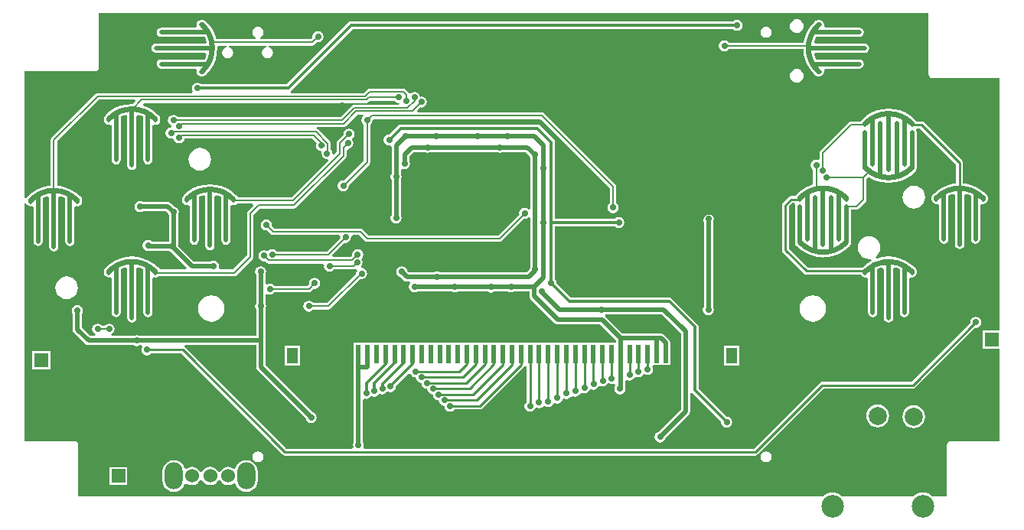
<source format=gtl>
%FSLAX25Y25*%
%MOIN*%
G70*
G01*
G75*
G04 Layer_Physical_Order=1*
G04 Layer_Color=255*
%ADD10C,0.02362*%
%ADD11C,0.02063*%
%ADD12R,0.01969X0.07874*%
%ADD13C,0.00984*%
%ADD14C,0.01000*%
%ADD15C,0.00787*%
%ADD16C,0.01969*%
%ADD17C,0.01378*%
%ADD18C,0.01181*%
%ADD19C,0.06000*%
%ADD20R,0.06000X0.06000*%
%ADD21C,0.05906*%
%ADD22R,0.05906X0.05906*%
%ADD23O,0.07874X0.11811*%
%ADD24C,0.09843*%
%ADD25C,0.07874*%
%ADD26R,0.05906X0.05906*%
%ADD27R,0.04724X0.06693*%
%ADD28C,0.02756*%
%ADD29C,0.02598*%
G36*
X595894Y486000D02*
X596017Y485386D01*
X596365Y484865D01*
X596885Y484517D01*
X597500Y484394D01*
X626894D01*
Y374421D01*
X619516D01*
Y366453D01*
X626894D01*
Y326106D01*
X605500D01*
X604885Y325983D01*
X604365Y325635D01*
X604017Y325114D01*
X603894Y324500D01*
Y302106D01*
X597560D01*
X596699Y302812D01*
X595673Y303360D01*
X594560Y303698D01*
X593402Y303812D01*
X592245Y303698D01*
X591131Y303360D01*
X590106Y302812D01*
X589245Y302106D01*
X558190D01*
X557329Y302812D01*
X556303Y303360D01*
X555190Y303698D01*
X554032Y303812D01*
X552875Y303698D01*
X551761Y303360D01*
X550736Y302812D01*
X549875Y302106D01*
X225606D01*
Y324500D01*
X225483Y325114D01*
X225135Y325635D01*
X224615Y325983D01*
X224000Y326106D01*
X202106D01*
Y429795D01*
X202893Y429873D01*
X202910Y429788D01*
X203345Y429137D01*
X203996Y428702D01*
X204764Y428549D01*
X205316Y428659D01*
X206103Y428208D01*
Y413232D01*
X206256Y412464D01*
X206691Y411813D01*
X207342Y411378D01*
X208110Y411225D01*
X208878Y411378D01*
X209529Y411813D01*
X209964Y412464D01*
X210117Y413232D01*
Y432176D01*
X211327Y432678D01*
X212344Y432922D01*
X212962Y432434D01*
Y410871D01*
X213115Y410103D01*
X213550Y409452D01*
X214201Y409017D01*
X214969Y408864D01*
X215737Y409017D01*
X216388Y409452D01*
X216823Y410103D01*
X216976Y410871D01*
Y432434D01*
X217594Y432922D01*
X218611Y432678D01*
X219883Y432151D01*
Y413232D01*
X220036Y412464D01*
X220471Y411813D01*
X221122Y411378D01*
X221890Y411225D01*
X222658Y411378D01*
X223309Y411813D01*
X223744Y412464D01*
X223897Y413232D01*
Y428209D01*
X224684Y428659D01*
X225237Y428549D01*
X226005Y428702D01*
X226656Y429137D01*
X227091Y429788D01*
X227244Y430556D01*
Y431343D01*
X227091Y432111D01*
X226656Y432763D01*
X226315Y432990D01*
X224479Y434559D01*
X222314Y435885D01*
X219969Y436857D01*
X217500Y437449D01*
X216374Y437538D01*
Y456887D01*
X234582Y475095D01*
X250299D01*
X250601Y474368D01*
X249352Y473118D01*
X249200Y473130D01*
X249181Y473134D01*
X249152Y473140D01*
X249131Y473136D01*
X248969Y473148D01*
X246438Y472949D01*
X243969Y472357D01*
X241624Y471385D01*
X239459Y470059D01*
X237926Y468749D01*
X237345Y468263D01*
X237345Y468263D01*
X237050Y467821D01*
X236910Y467611D01*
X236757Y466843D01*
Y466056D01*
X236910Y465288D01*
X237345Y464637D01*
X237996Y464202D01*
X238764Y464049D01*
X239316Y464159D01*
X240103Y463708D01*
Y448732D01*
X240256Y447964D01*
X240691Y447313D01*
X241342Y446878D01*
X242110Y446725D01*
X242878Y446878D01*
X243529Y447313D01*
X243965Y447964D01*
X244117Y448732D01*
Y467676D01*
X245327Y468178D01*
X246343Y468422D01*
X246962Y467934D01*
Y446371D01*
X247115Y445603D01*
X247550Y444952D01*
X248201Y444517D01*
X248969Y444364D01*
X249737Y444517D01*
X250388Y444952D01*
X250823Y445603D01*
X250976Y446371D01*
Y467934D01*
X251594Y468422D01*
X252611Y468178D01*
X253883Y467651D01*
Y448732D01*
X254035Y447964D01*
X254471Y447313D01*
X255122Y446878D01*
X255890Y446725D01*
X256658Y446878D01*
X257309Y447313D01*
X257744Y447964D01*
X257897Y448732D01*
Y463709D01*
X258684Y464159D01*
X259237Y464049D01*
X260005Y464202D01*
X260656Y464637D01*
X261091Y465288D01*
X261244Y466056D01*
Y466843D01*
X261091Y467611D01*
X260656Y468263D01*
X260315Y468490D01*
X258479Y470059D01*
X256314Y471385D01*
X253969Y472357D01*
X253940Y472364D01*
X253681Y473187D01*
X254019Y473595D01*
X351000D01*
X351538Y473702D01*
X351993Y474007D01*
X352582Y474595D01*
X363098D01*
X363297Y474297D01*
X364078Y473775D01*
X365000Y473592D01*
X365446Y473680D01*
X365528Y473570D01*
X365131Y472783D01*
X345929D01*
X345392Y472676D01*
X344936Y472371D01*
X339969Y467405D01*
X268902D01*
X268703Y467703D01*
X267922Y468225D01*
X267000Y468408D01*
X266078Y468225D01*
X265297Y467703D01*
X264775Y466922D01*
X264592Y466000D01*
X264775Y465078D01*
X265297Y464297D01*
X266078Y463775D01*
X266235Y463744D01*
X266260Y463660D01*
X266206Y463502D01*
X265682Y462845D01*
X265078Y462725D01*
X264297Y462203D01*
X263775Y461422D01*
X263592Y460500D01*
X263775Y459578D01*
X264297Y458797D01*
X265078Y458275D01*
X266000Y458091D01*
X266356Y458162D01*
X267265Y457629D01*
X267275Y457578D01*
X267797Y456797D01*
X268578Y456275D01*
X269500Y456091D01*
X270422Y456275D01*
X271203Y456797D01*
X271725Y457578D01*
X271828Y458095D01*
X327418D01*
X329402Y456111D01*
X329275Y455922D01*
X329092Y455000D01*
X329275Y454078D01*
X329797Y453297D01*
X330578Y452775D01*
X330961Y452699D01*
X331501Y452568D01*
X331532Y451843D01*
X331485Y451606D01*
X331669Y450685D01*
X332191Y449903D01*
X332972Y449381D01*
X333894Y449198D01*
X334148Y449248D01*
X334536Y448523D01*
X318474Y432461D01*
X295121D01*
X295091Y432611D01*
X294656Y433263D01*
X294315Y433490D01*
X292479Y435059D01*
X290314Y436385D01*
X287969Y437357D01*
X285500Y437949D01*
X282969Y438148D01*
X280438Y437949D01*
X277969Y437357D01*
X275624Y436385D01*
X273459Y435059D01*
X271926Y433749D01*
X271345Y433263D01*
X271345Y433263D01*
X271050Y432821D01*
X270910Y432611D01*
X270757Y431843D01*
Y431056D01*
X270910Y430288D01*
X271345Y429637D01*
X271996Y429202D01*
X272764Y429049D01*
X273316Y429159D01*
X274103Y428708D01*
Y413732D01*
X274256Y412964D01*
X274691Y412313D01*
X275342Y411878D01*
X276110Y411725D01*
X276878Y411878D01*
X277529Y412313D01*
X277964Y412964D01*
X278117Y413732D01*
Y432676D01*
X279327Y433178D01*
X280344Y433422D01*
X280962Y432934D01*
Y411371D01*
X281115Y410603D01*
X281550Y409952D01*
X282201Y409517D01*
X282969Y409364D01*
X283737Y409517D01*
X284388Y409952D01*
X284823Y410603D01*
X284976Y411371D01*
Y432934D01*
X285594Y433422D01*
X286611Y433178D01*
X287883Y432651D01*
Y413732D01*
X288035Y412964D01*
X288471Y412313D01*
X289122Y411878D01*
X289890Y411725D01*
X290658Y411878D01*
X291309Y412313D01*
X291744Y412964D01*
X291897Y413732D01*
Y428709D01*
X292684Y429159D01*
X293237Y429049D01*
X294005Y429202D01*
X294656Y429637D01*
X294665Y429651D01*
X301635D01*
X301937Y428924D01*
X299507Y426494D01*
X299202Y426038D01*
X299095Y425500D01*
Y407082D01*
X292974Y400961D01*
X287188D01*
X286759Y401748D01*
X286909Y402500D01*
X286725Y403422D01*
X286203Y404203D01*
X285422Y404725D01*
X284500Y404909D01*
X283578Y404725D01*
X283252Y404507D01*
X275831D01*
X268979Y411359D01*
X269007Y411500D01*
Y424752D01*
X269225Y425078D01*
X269408Y426000D01*
X269225Y426922D01*
X268703Y427703D01*
X267922Y428225D01*
X267537Y428302D01*
X265919Y429919D01*
X265268Y430354D01*
X264500Y430507D01*
X253748D01*
X253422Y430725D01*
X252500Y430908D01*
X251578Y430725D01*
X250797Y430203D01*
X250275Y429422D01*
X250092Y428500D01*
X250275Y427578D01*
X250797Y426797D01*
X251578Y426275D01*
X252500Y426091D01*
X253422Y426275D01*
X253748Y426493D01*
X263669D01*
X264698Y425463D01*
X264775Y425078D01*
X264993Y424752D01*
Y413007D01*
X257834D01*
X257703Y413203D01*
X256922Y413725D01*
X256000Y413908D01*
X255078Y413725D01*
X254297Y413203D01*
X253775Y412422D01*
X253591Y411500D01*
X253775Y410578D01*
X254297Y409797D01*
X255078Y409275D01*
X256000Y409092D01*
X256002Y409092D01*
X256500Y408993D01*
X265252D01*
X265578Y408775D01*
X265963Y408698D01*
X272913Y401748D01*
X272587Y400961D01*
X261121D01*
X261091Y401111D01*
X260656Y401763D01*
X260315Y401990D01*
X258479Y403559D01*
X256314Y404885D01*
X253969Y405857D01*
X251500Y406449D01*
X248969Y406648D01*
X246438Y406449D01*
X243969Y405857D01*
X241624Y404885D01*
X239459Y403559D01*
X237926Y402249D01*
X237345Y401763D01*
X237345Y401763D01*
X237050Y401321D01*
X236910Y401111D01*
X236757Y400343D01*
Y399556D01*
X236910Y398788D01*
X237345Y398137D01*
X237996Y397702D01*
X238764Y397549D01*
X239316Y397659D01*
X240103Y397208D01*
Y382232D01*
X240256Y381464D01*
X240691Y380813D01*
X241342Y380378D01*
X242110Y380225D01*
X242878Y380378D01*
X243529Y380813D01*
X243965Y381464D01*
X244117Y382232D01*
Y401176D01*
X245327Y401678D01*
X246343Y401922D01*
X246962Y401434D01*
Y379871D01*
X247115Y379103D01*
X247550Y378452D01*
X248201Y378017D01*
X248969Y377864D01*
X249737Y378017D01*
X250388Y378452D01*
X250823Y379103D01*
X250976Y379871D01*
Y401434D01*
X251594Y401922D01*
X252611Y401678D01*
X253883Y401151D01*
Y382232D01*
X254035Y381464D01*
X254471Y380813D01*
X255122Y380378D01*
X255890Y380225D01*
X256658Y380378D01*
X257309Y380813D01*
X257744Y381464D01*
X257897Y382232D01*
Y397209D01*
X258684Y397659D01*
X259237Y397549D01*
X260005Y397702D01*
X260656Y398137D01*
X260665Y398151D01*
X293556D01*
X294094Y398258D01*
X294549Y398563D01*
X301493Y405507D01*
X301798Y405962D01*
X301905Y406500D01*
Y424918D01*
X304582Y427595D01*
X319500D01*
X320038Y427702D01*
X320493Y428007D01*
X341993Y449507D01*
X342298Y449962D01*
X342405Y450500D01*
Y452949D01*
X343000Y453591D01*
X343922Y453775D01*
X344703Y454297D01*
X345225Y455078D01*
X345409Y456000D01*
X345225Y456922D01*
X344703Y457703D01*
Y457963D01*
X345203Y458297D01*
X345725Y459078D01*
X345908Y460000D01*
X345725Y460922D01*
X345203Y461703D01*
X344422Y462225D01*
X343500Y462408D01*
X342578Y462225D01*
X341797Y461703D01*
X341275Y460922D01*
X341091Y460000D01*
X341161Y459648D01*
X338507Y456993D01*
X338202Y456538D01*
X338095Y456000D01*
Y452082D01*
X336977Y450964D01*
X336252Y451352D01*
X336302Y451606D01*
X336119Y452528D01*
X335597Y453309D01*
X335502Y453372D01*
Y455903D01*
X335395Y456440D01*
X335091Y456896D01*
X330025Y461962D01*
X329569Y462266D01*
X329362Y462308D01*
X329440Y463095D01*
X341000D01*
X341538Y463202D01*
X341993Y463507D01*
X347082Y468595D01*
X349557D01*
X349796Y467808D01*
X349640Y467703D01*
X349117Y466922D01*
X348934Y466000D01*
X349117Y465078D01*
X349640Y464297D01*
X349938Y464098D01*
Y448424D01*
X341352Y439839D01*
X341000Y439909D01*
X340078Y439725D01*
X339297Y439203D01*
X338775Y438422D01*
X338592Y437500D01*
X338775Y436578D01*
X339297Y435797D01*
X340078Y435275D01*
X341000Y435091D01*
X341922Y435275D01*
X342703Y435797D01*
X343225Y436578D01*
X343408Y437500D01*
X343338Y437852D01*
X352336Y446849D01*
X352641Y447305D01*
X352748Y447843D01*
Y464098D01*
X353046Y464297D01*
X353568Y465078D01*
X353751Y466000D01*
X354393Y466595D01*
X426918D01*
X457095Y436418D01*
Y429902D01*
X456797Y429703D01*
X456275Y428922D01*
X456091Y428000D01*
X456275Y427078D01*
X456797Y426297D01*
X457578Y425775D01*
X458500Y425592D01*
X459422Y425775D01*
X460203Y426297D01*
X460725Y427078D01*
X460909Y428000D01*
X460725Y428922D01*
X460203Y429703D01*
X459905Y429902D01*
Y437000D01*
X459798Y437538D01*
X459493Y437993D01*
X428493Y468994D01*
X428038Y469298D01*
X427500Y469405D01*
X373421D01*
X373119Y470132D01*
X374648Y471662D01*
X375000Y471592D01*
X375922Y471775D01*
X376703Y472297D01*
X377225Y473078D01*
X377409Y474000D01*
X377225Y474922D01*
X376703Y475703D01*
X375922Y476225D01*
X375000Y476408D01*
X374353Y476280D01*
X374225Y476922D01*
X373703Y477703D01*
X372922Y478225D01*
X372000Y478408D01*
X371078Y478225D01*
X370482Y477827D01*
X369728Y477888D01*
X369519Y477956D01*
X369493Y477993D01*
X368131Y479356D01*
X367675Y479660D01*
X367138Y479767D01*
X352362D01*
X351825Y479660D01*
X351369Y479356D01*
X349918Y477905D01*
X318293D01*
X318055Y478692D01*
X318206Y478794D01*
X345207Y505794D01*
X510801D01*
X511578Y505275D01*
X512500Y505091D01*
X513422Y505275D01*
X514203Y505797D01*
X514725Y506578D01*
X514909Y507500D01*
X514725Y508422D01*
X514203Y509203D01*
X513422Y509725D01*
X512500Y509908D01*
X511578Y509725D01*
X510801Y509206D01*
X344500D01*
X343847Y509076D01*
X343294Y508706D01*
X316293Y481706D01*
X279199D01*
X278422Y482225D01*
X277500Y482409D01*
X276578Y482225D01*
X275797Y481703D01*
X275275Y480922D01*
X275092Y480000D01*
X275275Y479078D01*
X275533Y478692D01*
X275112Y477905D01*
X234000D01*
X233462Y477798D01*
X233007Y477493D01*
X213976Y458462D01*
X213671Y458007D01*
X213564Y457469D01*
Y437538D01*
X212438Y437449D01*
X209969Y436857D01*
X207624Y435885D01*
X205459Y434559D01*
X203926Y433249D01*
X203345Y432763D01*
X203345Y432763D01*
X203050Y432321D01*
X202910Y432111D01*
X202893Y432027D01*
X202106Y432104D01*
Y487394D01*
X233000D01*
X233614Y487517D01*
X234135Y487865D01*
X234483Y488385D01*
X234606Y489000D01*
Y512894D01*
X595894D01*
Y486000D01*
D02*
G37*
%LPC*%
G36*
X322177Y367799D02*
X315484D01*
Y359138D01*
X322177D01*
Y367799D01*
D02*
G37*
G36*
X213437Y365437D02*
X205563D01*
Y357563D01*
X213437D01*
Y365437D01*
D02*
G37*
G36*
X513516Y367799D02*
X506823D01*
Y359138D01*
X513516D01*
Y367799D01*
D02*
G37*
G36*
X545500Y389758D02*
X544010Y389562D01*
X542621Y388986D01*
X541429Y388071D01*
X540514Y386879D01*
X539938Y385490D01*
X539742Y384000D01*
X539938Y382510D01*
X540514Y381121D01*
X541429Y379928D01*
X542621Y379013D01*
X544010Y378438D01*
X545500Y378242D01*
X546990Y378438D01*
X548379Y379013D01*
X549572Y379928D01*
X550487Y381121D01*
X551062Y382510D01*
X551258Y384000D01*
X551062Y385490D01*
X550487Y386879D01*
X549572Y388071D01*
X548379Y388986D01*
X546990Y389562D01*
X545500Y389758D01*
D02*
G37*
G36*
X283500D02*
X282010Y389562D01*
X280621Y388986D01*
X279429Y388071D01*
X278514Y386879D01*
X277938Y385490D01*
X277742Y384000D01*
X277938Y382510D01*
X278514Y381121D01*
X279429Y379928D01*
X280621Y379013D01*
X282010Y378438D01*
X283500Y378242D01*
X284990Y378438D01*
X286379Y379013D01*
X287572Y379928D01*
X288487Y381121D01*
X289062Y382510D01*
X289258Y384000D01*
X289062Y385490D01*
X288487Y386879D01*
X287572Y388071D01*
X286379Y388986D01*
X284990Y389562D01*
X283500Y389758D01*
D02*
G37*
G36*
X573717Y342212D02*
X572433Y342043D01*
X571236Y341547D01*
X570208Y340758D01*
X569419Y339730D01*
X568923Y338533D01*
X568754Y337248D01*
X568923Y335963D01*
X569419Y334766D01*
X570208Y333738D01*
X571236Y332949D01*
X572433Y332453D01*
X573717Y332284D01*
X575002Y332453D01*
X576199Y332949D01*
X577227Y333738D01*
X578016Y334766D01*
X578512Y335963D01*
X578681Y337248D01*
X578512Y338533D01*
X578016Y339730D01*
X577227Y340758D01*
X576199Y341547D01*
X575002Y342043D01*
X573717Y342212D01*
D02*
G37*
G36*
X298748Y317932D02*
X297463Y317763D01*
X296266Y317267D01*
X295238Y316478D01*
X294449Y315451D01*
X294079Y314556D01*
X293343Y314264D01*
X293161Y314267D01*
X292883Y314480D01*
X291914Y314882D01*
X290874Y315019D01*
X289834Y314882D01*
X288865Y314480D01*
X288032Y313842D01*
X287394Y313009D01*
X287363Y312935D01*
X286511D01*
X286480Y313009D01*
X285842Y313842D01*
X285009Y314480D01*
X284040Y314882D01*
X283000Y315019D01*
X281960Y314882D01*
X280991Y314480D01*
X280158Y313842D01*
X279520Y313009D01*
X279489Y312935D01*
X278637D01*
X278606Y313009D01*
X277968Y313842D01*
X277135Y314480D01*
X276166Y314882D01*
X275126Y315019D01*
X274086Y314882D01*
X273117Y314480D01*
X272839Y314267D01*
X272656Y314264D01*
X271921Y314556D01*
X271551Y315451D01*
X270762Y316478D01*
X269734Y317267D01*
X268537Y317763D01*
X267252Y317932D01*
X265967Y317763D01*
X264770Y317267D01*
X263742Y316478D01*
X262953Y315451D01*
X262457Y314253D01*
X262288Y312969D01*
Y309032D01*
X262457Y307747D01*
X262953Y306550D01*
X263742Y305522D01*
X264770Y304733D01*
X265967Y304237D01*
X267252Y304068D01*
X268537Y304237D01*
X269734Y304733D01*
X270762Y305522D01*
X271551Y306550D01*
X271921Y307445D01*
X272656Y307736D01*
X272839Y307733D01*
X273117Y307520D01*
X274086Y307118D01*
X275126Y306981D01*
X276166Y307118D01*
X277135Y307520D01*
X277968Y308158D01*
X278606Y308991D01*
X278637Y309065D01*
X279489D01*
X279520Y308991D01*
X280158Y308158D01*
X280991Y307520D01*
X281960Y307118D01*
X283000Y306981D01*
X284040Y307118D01*
X285009Y307520D01*
X285842Y308158D01*
X286480Y308991D01*
X286511Y309065D01*
X287363D01*
X287394Y308991D01*
X288032Y308158D01*
X288865Y307520D01*
X289834Y307118D01*
X290874Y306981D01*
X291914Y307118D01*
X292883Y307520D01*
X293161Y307733D01*
X293343Y307736D01*
X294079Y307445D01*
X294449Y306550D01*
X295238Y305522D01*
X296266Y304733D01*
X297463Y304237D01*
X298748Y304068D01*
X300033Y304237D01*
X301230Y304733D01*
X302258Y305522D01*
X303047Y306550D01*
X303543Y307747D01*
X303712Y309032D01*
Y312969D01*
X303543Y314253D01*
X303047Y315451D01*
X302258Y316478D01*
X301230Y317267D01*
X300033Y317763D01*
X298748Y317932D01*
D02*
G37*
G36*
X246937Y314937D02*
X239063D01*
Y307063D01*
X246937D01*
Y314937D01*
D02*
G37*
G36*
X303870Y321782D02*
X302948Y321599D01*
X302167Y321077D01*
X301645Y320296D01*
X301462Y319374D01*
X301645Y318452D01*
X302167Y317671D01*
X302948Y317149D01*
X303870Y316966D01*
X304792Y317149D01*
X305573Y317671D01*
X306095Y318452D01*
X306279Y319374D01*
X306095Y320296D01*
X305573Y321077D01*
X304792Y321599D01*
X303870Y321782D01*
D02*
G37*
G36*
X589465Y341818D02*
X588181Y341649D01*
X586983Y341153D01*
X585955Y340364D01*
X585167Y339336D01*
X584671Y338139D01*
X584502Y336854D01*
X584671Y335570D01*
X585167Y334372D01*
X585955Y333344D01*
X586983Y332556D01*
X588181Y332060D01*
X589465Y331891D01*
X590750Y332060D01*
X591947Y332556D01*
X592975Y333344D01*
X593764Y334372D01*
X594260Y335570D01*
X594429Y336854D01*
X594260Y338139D01*
X593764Y339336D01*
X592975Y340364D01*
X591947Y341153D01*
X590750Y341649D01*
X589465Y341818D01*
D02*
G37*
G36*
X525130Y321782D02*
X524208Y321599D01*
X523427Y321077D01*
X522905Y320296D01*
X522721Y319374D01*
X522905Y318452D01*
X523427Y317671D01*
X524208Y317149D01*
X525130Y316966D01*
X526052Y317149D01*
X526833Y317671D01*
X527355Y318452D01*
X527538Y319374D01*
X527355Y320296D01*
X526833Y321077D01*
X526052Y321599D01*
X525130Y321782D01*
D02*
G37*
G36*
X548444Y509744D02*
X547657D01*
X546889Y509591D01*
X546237Y509156D01*
X546010Y508815D01*
X544441Y506979D01*
X543115Y504814D01*
X542143Y502469D01*
X541551Y500000D01*
X541543Y499905D01*
X508902D01*
X508703Y500203D01*
X507922Y500725D01*
X507000Y500909D01*
X506078Y500725D01*
X505297Y500203D01*
X504775Y499422D01*
X504592Y498500D01*
X504775Y497578D01*
X505297Y496797D01*
X506078Y496275D01*
X507000Y496092D01*
X507922Y496275D01*
X508703Y496797D01*
X508902Y497095D01*
X541381D01*
X541551Y494938D01*
X542143Y492469D01*
X543115Y490124D01*
X544441Y487959D01*
X545751Y486426D01*
X546237Y485845D01*
X546237Y485845D01*
X546679Y485550D01*
X546889Y485410D01*
X547657Y485257D01*
X548444D01*
X549212Y485410D01*
X549863Y485845D01*
X550298Y486496D01*
X550451Y487264D01*
X550341Y487816D01*
X550792Y488603D01*
X565768D01*
X566536Y488756D01*
X567187Y489191D01*
X567622Y489842D01*
X567775Y490610D01*
X567622Y491378D01*
X567187Y492029D01*
X566536Y492464D01*
X565768Y492617D01*
X546824D01*
X546322Y493827D01*
X546078Y494843D01*
X546566Y495462D01*
X568129D01*
X568897Y495615D01*
X569548Y496050D01*
X569983Y496701D01*
X570136Y497469D01*
X569983Y498237D01*
X569548Y498888D01*
X568897Y499323D01*
X568129Y499476D01*
X546566D01*
X546078Y500094D01*
X546322Y501111D01*
X546849Y502383D01*
X565768D01*
X566536Y502535D01*
X567187Y502971D01*
X567622Y503622D01*
X567775Y504390D01*
X567622Y505158D01*
X567187Y505809D01*
X566536Y506244D01*
X565768Y506397D01*
X550791D01*
X550341Y507184D01*
X550451Y507737D01*
X550298Y508505D01*
X549863Y509156D01*
X549212Y509591D01*
X548444Y509744D01*
D02*
G37*
G36*
X538500Y488423D02*
X537729Y488322D01*
X537011Y488024D01*
X536394Y487551D01*
X535921Y486934D01*
X535623Y486216D01*
X535522Y485445D01*
X535623Y484674D01*
X535921Y483956D01*
X536394Y483339D01*
X537011Y482866D01*
X537729Y482568D01*
X538500Y482467D01*
X539271Y482568D01*
X539989Y482866D01*
X540606Y483339D01*
X541079Y483956D01*
X541377Y484674D01*
X541478Y485445D01*
X541377Y486216D01*
X541079Y486934D01*
X540606Y487551D01*
X539989Y488024D01*
X539271Y488322D01*
X538500Y488423D01*
D02*
G37*
G36*
X279843Y509743D02*
X279056D01*
X278288Y509590D01*
X277637Y509155D01*
X277202Y508504D01*
X277049Y507736D01*
X277159Y507184D01*
X276708Y506397D01*
X261732D01*
X260964Y506244D01*
X260313Y505809D01*
X259878Y505158D01*
X259725Y504390D01*
X259878Y503622D01*
X260313Y502971D01*
X260964Y502535D01*
X261732Y502383D01*
X280676D01*
X281177Y501173D01*
X281421Y500156D01*
X280934Y499538D01*
X259371D01*
X258603Y499385D01*
X257952Y498950D01*
X257517Y498299D01*
X257364Y497531D01*
X257517Y496763D01*
X257952Y496112D01*
X258603Y495677D01*
X259371Y495524D01*
X280934D01*
X281421Y494906D01*
X281177Y493889D01*
X280651Y492617D01*
X261732D01*
X260964Y492464D01*
X260313Y492029D01*
X259878Y491378D01*
X259725Y490610D01*
X259878Y489842D01*
X260313Y489191D01*
X260964Y488756D01*
X261732Y488603D01*
X276709D01*
X277159Y487816D01*
X277049Y487263D01*
X277202Y486495D01*
X277637Y485844D01*
X278288Y485409D01*
X279056Y485256D01*
X279843D01*
X280611Y485409D01*
X281263Y485844D01*
X281490Y486185D01*
X283059Y488021D01*
X284385Y490186D01*
X285357Y492531D01*
X285949Y495000D01*
X286149Y497531D01*
X286110Y498017D01*
X286645Y498595D01*
X290037D01*
X290115Y497808D01*
X289720Y497729D01*
X288939Y497207D01*
X288417Y496426D01*
X288233Y495504D01*
X288417Y494582D01*
X288939Y493801D01*
X289720Y493279D01*
X290642Y493095D01*
X291563Y493279D01*
X292345Y493801D01*
X292867Y494582D01*
X293050Y495504D01*
X292867Y496426D01*
X292345Y497207D01*
X291563Y497729D01*
X291168Y497808D01*
X291246Y498595D01*
X307360D01*
X307438Y497808D01*
X307043Y497729D01*
X306261Y497207D01*
X305739Y496426D01*
X305556Y495504D01*
X305739Y494582D01*
X306261Y493801D01*
X307043Y493279D01*
X307965Y493095D01*
X308886Y493279D01*
X309668Y493801D01*
X310190Y494582D01*
X310373Y495504D01*
X310190Y496426D01*
X309668Y497207D01*
X308886Y497729D01*
X308491Y497808D01*
X308569Y498595D01*
X327500D01*
X328038Y498702D01*
X328493Y499007D01*
X329648Y500162D01*
X330000Y500092D01*
X330922Y500275D01*
X331703Y500797D01*
X332225Y501578D01*
X332408Y502500D01*
X332225Y503422D01*
X331703Y504203D01*
X330922Y504725D01*
X330000Y504909D01*
X329078Y504725D01*
X328297Y504203D01*
X327775Y503422D01*
X327591Y502500D01*
X327661Y502148D01*
X326918Y501405D01*
X304890D01*
X304792Y502188D01*
X305573Y502710D01*
X306095Y503492D01*
X306279Y504413D01*
X306095Y505335D01*
X305573Y506116D01*
X304792Y506638D01*
X303870Y506822D01*
X302948Y506638D01*
X302167Y506116D01*
X301645Y505335D01*
X301462Y504413D01*
X301645Y503492D01*
X302167Y502710D01*
X302948Y502188D01*
X302850Y501405D01*
X285627D01*
X285357Y502531D01*
X284385Y504876D01*
X283059Y507041D01*
X281749Y508574D01*
X281263Y509155D01*
X281263Y509155D01*
X280821Y509450D01*
X280611Y509590D01*
X279843Y509743D01*
D02*
G37*
G36*
X538500Y510077D02*
X537729Y509975D01*
X537011Y509678D01*
X536394Y509204D01*
X535921Y508588D01*
X535623Y507869D01*
X535522Y507098D01*
X535623Y506328D01*
X535921Y505609D01*
X536394Y504992D01*
X537011Y504519D01*
X537729Y504222D01*
X538500Y504120D01*
X539271Y504222D01*
X539989Y504519D01*
X540606Y504992D01*
X541079Y505609D01*
X541377Y506328D01*
X541478Y507098D01*
X541377Y507869D01*
X541079Y508588D01*
X540606Y509204D01*
X539989Y509678D01*
X539271Y509975D01*
X538500Y510077D01*
D02*
G37*
G36*
X525130Y506822D02*
X524208Y506638D01*
X523427Y506116D01*
X522905Y505335D01*
X522721Y504413D01*
X522905Y503492D01*
X523427Y502710D01*
X524208Y502188D01*
X525130Y502005D01*
X526052Y502188D01*
X526833Y502710D01*
X527355Y503492D01*
X527538Y504413D01*
X527355Y505335D01*
X526833Y506116D01*
X526052Y506638D01*
X525130Y506822D01*
D02*
G37*
G36*
X278500Y453964D02*
X277215Y453795D01*
X276018Y453299D01*
X274990Y452510D01*
X274201Y451482D01*
X273705Y450285D01*
X273536Y449000D01*
X273705Y447715D01*
X274201Y446518D01*
X274990Y445490D01*
X276018Y444701D01*
X277215Y444205D01*
X278500Y444036D01*
X279785Y444205D01*
X280982Y444701D01*
X282010Y445490D01*
X282799Y446518D01*
X283295Y447715D01*
X283464Y449000D01*
X283295Y450285D01*
X282799Y451482D01*
X282010Y452510D01*
X280982Y453299D01*
X279785Y453795D01*
X278500Y453964D01*
D02*
G37*
G36*
X220500Y397964D02*
X219215Y397795D01*
X218018Y397299D01*
X216990Y396510D01*
X216201Y395482D01*
X215705Y394285D01*
X215536Y393000D01*
X215705Y391715D01*
X216201Y390518D01*
X216990Y389490D01*
X218018Y388701D01*
X219215Y388205D01*
X220500Y388036D01*
X221785Y388205D01*
X222982Y388701D01*
X224010Y389490D01*
X224799Y390518D01*
X225295Y391715D01*
X225464Y393000D01*
X225295Y394285D01*
X224799Y395482D01*
X224010Y396510D01*
X222982Y397299D01*
X221785Y397795D01*
X220500Y397964D01*
D02*
G37*
G36*
X500000Y425409D02*
X499078Y425225D01*
X498297Y424703D01*
X497775Y423922D01*
X497591Y423000D01*
X497775Y422078D01*
X497993Y421752D01*
Y384748D01*
X497775Y384422D01*
X497591Y383500D01*
X497775Y382578D01*
X498297Y381797D01*
X499078Y381275D01*
X500000Y381091D01*
X500922Y381275D01*
X501703Y381797D01*
X502225Y382578D01*
X502409Y383500D01*
X502225Y384422D01*
X502007Y384748D01*
Y421752D01*
X502225Y422078D01*
X502409Y423000D01*
X502225Y423922D01*
X501703Y424703D01*
X500922Y425225D01*
X500000Y425409D01*
D02*
G37*
G36*
X425500Y464206D02*
X366000D01*
X365347Y464076D01*
X364794Y463706D01*
X360995Y459907D01*
X360078Y459725D01*
X359297Y459203D01*
X358775Y458422D01*
X358592Y457500D01*
X358775Y456578D01*
X359297Y455797D01*
X360078Y455275D01*
X361000Y455091D01*
X361224Y455136D01*
X361287Y455125D01*
X361993Y454486D01*
Y442748D01*
X361775Y442422D01*
X361592Y441500D01*
X361775Y440578D01*
X361993Y440252D01*
Y424748D01*
X361775Y424422D01*
X361592Y423500D01*
X361775Y422578D01*
X362297Y421797D01*
X363078Y421275D01*
X364000Y421092D01*
X364922Y421275D01*
X365703Y421797D01*
X366225Y422578D01*
X366408Y423500D01*
X366225Y424422D01*
X366007Y424748D01*
Y440252D01*
X366225Y440578D01*
X366408Y441500D01*
X366225Y442422D01*
X366007Y442748D01*
Y444531D01*
X366657Y444935D01*
X366794Y444935D01*
X367669Y444761D01*
X368591Y444944D01*
X369372Y445466D01*
X369894Y446248D01*
X370078Y447169D01*
X369894Y448091D01*
X369676Y448417D01*
Y450338D01*
X371536Y452198D01*
X376457D01*
X376783Y451980D01*
X377705Y451796D01*
X378626Y451980D01*
X378953Y452198D01*
X408047D01*
X408374Y451980D01*
X409295Y451796D01*
X410217Y451980D01*
X410543Y452198D01*
X420464D01*
X422198Y450463D01*
X422275Y450078D01*
X422493Y449752D01*
Y427438D01*
X421705Y427199D01*
X421703Y427203D01*
X420922Y427725D01*
X420000Y427909D01*
X419078Y427725D01*
X418297Y427203D01*
X417775Y426422D01*
X417591Y425500D01*
X417662Y425148D01*
X408418Y415905D01*
X352082D01*
X349493Y418494D01*
X349038Y418798D01*
X348500Y418905D01*
X311082D01*
X309839Y420148D01*
X309909Y420500D01*
X309725Y421422D01*
X309203Y422203D01*
X308422Y422725D01*
X307500Y422908D01*
X306578Y422725D01*
X305797Y422203D01*
X305275Y421422D01*
X305092Y420500D01*
X305275Y419578D01*
X305797Y418797D01*
X306578Y418275D01*
X307500Y418091D01*
X307852Y418161D01*
X309507Y416506D01*
X309962Y416202D01*
X310500Y416095D01*
X339016D01*
X339653Y415308D01*
X339592Y415000D01*
X339662Y414648D01*
X333918Y408905D01*
X311902D01*
X311703Y409203D01*
X310922Y409725D01*
X310000Y409908D01*
X309078Y409725D01*
X308297Y409203D01*
X307648Y409074D01*
X307422Y409225D01*
X306500Y409409D01*
X305578Y409225D01*
X304797Y408703D01*
X304275Y407922D01*
X304092Y407000D01*
X304275Y406078D01*
X304797Y405297D01*
X305578Y404775D01*
X306500Y404592D01*
X306852Y404662D01*
X307507Y404007D01*
X307962Y403702D01*
X308500Y403595D01*
X332016D01*
X332653Y402808D01*
X332592Y402500D01*
X332775Y401578D01*
X333297Y400797D01*
X334078Y400275D01*
X335000Y400092D01*
X335922Y400275D01*
X336703Y400797D01*
X336902Y401095D01*
X345500D01*
X346038Y401202D01*
X346190Y401304D01*
X346596Y401293D01*
X346854Y400952D01*
X347000Y400509D01*
X346775Y400172D01*
X346591Y399250D01*
X346620Y399107D01*
X333918Y386405D01*
X327902D01*
X327703Y386703D01*
X326922Y387225D01*
X326000Y387408D01*
X325078Y387225D01*
X324297Y386703D01*
X323775Y385922D01*
X323591Y385000D01*
X323775Y384078D01*
X324297Y383297D01*
X325078Y382775D01*
X326000Y382592D01*
X326922Y382775D01*
X327703Y383297D01*
X327902Y383595D01*
X334500D01*
X335038Y383702D01*
X335493Y384007D01*
X348440Y396953D01*
X349000Y396842D01*
X349922Y397025D01*
X350703Y397547D01*
X351225Y398328D01*
X351409Y399250D01*
X351225Y400172D01*
X350703Y400953D01*
X349922Y401475D01*
X349127Y401633D01*
X348911Y401971D01*
X348784Y402418D01*
X349225Y403078D01*
X349409Y404000D01*
X349225Y404922D01*
X348796Y405564D01*
X349002Y405702D01*
X349524Y406484D01*
X349708Y407406D01*
X349524Y408327D01*
X349002Y409109D01*
X348221Y409631D01*
X347299Y409814D01*
X346377Y409631D01*
X345596Y409109D01*
X345074Y408327D01*
X344891Y407406D01*
X344922Y407249D01*
X344077Y406405D01*
X336505D01*
X336179Y407192D01*
X341648Y412662D01*
X342000Y412592D01*
X342922Y412775D01*
X343703Y413297D01*
X344225Y414078D01*
X344408Y415000D01*
X344347Y415308D01*
X344984Y416095D01*
X347918D01*
X350507Y413507D01*
X350962Y413202D01*
X351500Y413095D01*
X409000D01*
X409538Y413202D01*
X409994Y413507D01*
X419648Y423162D01*
X420000Y423092D01*
X420922Y423275D01*
X421703Y423797D01*
X421705Y423801D01*
X422493Y423562D01*
Y402042D01*
X422413Y401922D01*
X422246Y401085D01*
X420932Y399771D01*
X382984D01*
X382658Y399989D01*
X381736Y400172D01*
X380815Y399989D01*
X380488Y399771D01*
X369568D01*
X368802Y400537D01*
X368725Y400922D01*
X368203Y401703D01*
X367422Y402225D01*
X366500Y402409D01*
X365578Y402225D01*
X364797Y401703D01*
X364275Y400922D01*
X364091Y400000D01*
X364275Y399078D01*
X364797Y398297D01*
X365578Y397775D01*
X365963Y397698D01*
X367317Y396345D01*
X367968Y395910D01*
X368096Y395884D01*
X368736Y395757D01*
X369792D01*
X369836Y395708D01*
X370141Y394969D01*
X369775Y394422D01*
X369591Y393500D01*
X369775Y392578D01*
X370297Y391797D01*
X371078Y391275D01*
X372000Y391091D01*
X372922Y391275D01*
X373248Y391493D01*
X388197D01*
X388688Y391165D01*
X389610Y390981D01*
X390532Y391165D01*
X391023Y391493D01*
X403898D01*
X404437Y391133D01*
X405358Y390950D01*
X406280Y391133D01*
X406818Y391493D01*
X412752D01*
X413078Y391275D01*
X414000Y391091D01*
X414922Y391275D01*
X415248Y391493D01*
X421993D01*
Y389500D01*
X422146Y388732D01*
X422581Y388081D01*
X433081Y377581D01*
X433732Y377146D01*
X433859Y377120D01*
X434500Y376993D01*
X452913D01*
X459737Y370169D01*
Y369177D01*
X456626D01*
X455839Y369177D01*
X455839Y369177D01*
X455838D01*
Y369177D01*
X455838Y369177D01*
X448752D01*
X447965Y369177D01*
X447964Y369177D01*
X447964D01*
Y369177D01*
X447964Y369177D01*
X440878D01*
X440091Y369177D01*
X440091Y369177D01*
X440091D01*
Y369177D01*
X440091Y369177D01*
X432217D01*
Y369177D01*
Y369177D01*
X432217D01*
Y369177D01*
X432217Y369177D01*
X429067D01*
X428279Y369177D01*
X428279Y369177D01*
X428279D01*
Y369177D01*
X428279Y369177D01*
X421193D01*
X420405Y369177D01*
X420405D01*
D01*
X419618Y369177D01*
X412532D01*
Y369177D01*
Y369177D01*
X412532D01*
Y369177D01*
X412532Y369177D01*
X404658D01*
Y369177D01*
Y369177D01*
X404658D01*
Y369177D01*
X404657Y369177D01*
X396783D01*
Y369177D01*
Y369177D01*
X396783D01*
Y369177D01*
X396783Y369177D01*
X392846D01*
Y369177D01*
Y369177D01*
X392846D01*
Y369177D01*
X392846Y369177D01*
X385760D01*
X384972Y369177D01*
X384972D01*
D01*
X384185Y369177D01*
X377886D01*
X377098Y369177D01*
X377098D01*
D01*
X376311Y369177D01*
X373949D01*
X373161Y369177D01*
X373161D01*
X372374Y369177D01*
X369224D01*
Y369177D01*
Y369177D01*
X369224D01*
Y369177D01*
X369224Y369177D01*
X365287D01*
Y369177D01*
Y369177D01*
X365287D01*
Y369177D01*
X365287Y369177D01*
X362138D01*
X361350Y369177D01*
X361350Y369177D01*
X361350D01*
Y369177D01*
X361350Y369177D01*
X353476D01*
X353476Y369177D01*
D01*
X353476D01*
X353476D01*
X352689Y369177D01*
X352689Y369177D01*
Y369177D01*
X349539D01*
Y369177D01*
Y369177D01*
X349539D01*
Y369177D01*
X349539Y369177D01*
X345602D01*
Y364450D01*
X345564Y364256D01*
Y358571D01*
Y325819D01*
X345346Y325493D01*
X345162Y324571D01*
X345346Y323649D01*
X344921Y322867D01*
X316261D01*
X272064Y367064D01*
X271853Y367206D01*
X272092Y367993D01*
X302993D01*
Y358500D01*
X303146Y357732D01*
X303581Y357081D01*
X324698Y335963D01*
X324775Y335578D01*
X325297Y334797D01*
X326078Y334275D01*
X327000Y334091D01*
X327922Y334275D01*
X328703Y334797D01*
X329225Y335578D01*
X329409Y336500D01*
X329225Y337422D01*
X328703Y338203D01*
X327922Y338725D01*
X327537Y338802D01*
X307007Y359331D01*
Y370000D01*
Y383752D01*
X307225Y384078D01*
X307408Y385000D01*
X307225Y385922D01*
X307007Y386248D01*
Y390044D01*
X307794Y390464D01*
X308078Y390275D01*
X309000Y390091D01*
X309922Y390275D01*
X310703Y390797D01*
X310902Y391095D01*
X326000D01*
X326538Y391202D01*
X326993Y391507D01*
X328148Y392661D01*
X328500Y392592D01*
X329422Y392775D01*
X330203Y393297D01*
X330725Y394078D01*
X330908Y395000D01*
X330725Y395922D01*
X330203Y396703D01*
X329422Y397225D01*
X328500Y397409D01*
X327578Y397225D01*
X326797Y396703D01*
X326275Y395922D01*
X326092Y395000D01*
X326162Y394648D01*
X325418Y393905D01*
X310902D01*
X310703Y394203D01*
X309922Y394725D01*
X309000Y394908D01*
X308078Y394725D01*
X307794Y394535D01*
X307007Y394956D01*
Y398752D01*
X307225Y399078D01*
X307408Y400000D01*
X307225Y400922D01*
X306703Y401703D01*
X305922Y402225D01*
X305000Y402409D01*
X304078Y402225D01*
X303297Y401703D01*
X302775Y400922D01*
X302591Y400000D01*
X302775Y399078D01*
X302993Y398752D01*
Y386248D01*
X302775Y385922D01*
X302591Y385000D01*
X302775Y384078D01*
X302993Y383752D01*
Y372007D01*
X252248D01*
X251922Y372225D01*
X251000Y372409D01*
X250078Y372225D01*
X249752Y372007D01*
X240113D01*
X239939Y372735D01*
X239951Y372795D01*
X240703Y373297D01*
X241225Y374078D01*
X241408Y375000D01*
X241225Y375922D01*
X240703Y376703D01*
X239922Y377225D01*
X239000Y377409D01*
X238078Y377225D01*
X237297Y376703D01*
X237098Y376405D01*
X235902D01*
X235703Y376703D01*
X234922Y377225D01*
X234000Y377409D01*
X233078Y377225D01*
X232297Y376703D01*
X231775Y375922D01*
X231592Y375000D01*
X231775Y374078D01*
X232297Y373297D01*
X233049Y372795D01*
X233061Y372735D01*
X232887Y372007D01*
X230831D01*
X227165Y375674D01*
Y381909D01*
X227383Y382236D01*
X227566Y383157D01*
X227383Y384079D01*
X226860Y384860D01*
X226079Y385383D01*
X225157Y385566D01*
X224236Y385383D01*
X223454Y384860D01*
X222932Y384079D01*
X222749Y383157D01*
X222932Y382236D01*
X223150Y381909D01*
Y374843D01*
X223303Y374074D01*
X223738Y373423D01*
X228581Y368581D01*
X229232Y368146D01*
X230000Y367993D01*
X249752D01*
X250078Y367775D01*
X251000Y367592D01*
X251922Y367775D01*
X252248Y367993D01*
X253044D01*
X253465Y367206D01*
X253275Y366922D01*
X253092Y366000D01*
X253275Y365078D01*
X253797Y364297D01*
X254578Y363775D01*
X255500Y363592D01*
X256422Y363775D01*
X257203Y364297D01*
X257335Y364495D01*
X270376D01*
X314573Y320298D01*
X315062Y319971D01*
X315638Y319857D01*
X520362D01*
X520938Y319971D01*
X521427Y320298D01*
X550124Y348995D01*
X589000D01*
X589576Y349109D01*
X590064Y349436D01*
X616267Y375638D01*
X616500Y375591D01*
X617422Y375775D01*
X618203Y376297D01*
X618725Y377078D01*
X618909Y378000D01*
X618725Y378922D01*
X618203Y379703D01*
X617422Y380225D01*
X616500Y380409D01*
X615578Y380225D01*
X614797Y379703D01*
X614275Y378922D01*
X614091Y378000D01*
X614138Y377767D01*
X588377Y352005D01*
X549500D01*
X548924Y351891D01*
X548436Y351564D01*
X519739Y322867D01*
X350221D01*
X349796Y323649D01*
X349979Y324571D01*
X349796Y325493D01*
X349578Y325819D01*
Y344234D01*
X350365Y344718D01*
X351000Y344591D01*
X351922Y344775D01*
X352703Y345297D01*
X353194Y346032D01*
X353578Y345775D01*
X354500Y345591D01*
X355422Y345775D01*
X356203Y346297D01*
X356694Y347032D01*
X357078Y346775D01*
X358000Y346591D01*
X358922Y346775D01*
X359703Y347297D01*
X360194Y348032D01*
X360578Y347775D01*
X361500Y347591D01*
X362422Y347775D01*
X363203Y348297D01*
X363725Y349078D01*
X363909Y350000D01*
X363886Y350115D01*
X369503Y355732D01*
X370350Y355466D01*
X370797Y354797D01*
X371578Y354275D01*
X372500Y354092D01*
X372591Y354000D01*
X372775Y353078D01*
X373297Y352297D01*
X374078Y351775D01*
X375000Y351591D01*
X375092Y351500D01*
X375275Y350578D01*
X375797Y349797D01*
X376578Y349275D01*
X377500Y349092D01*
X377591Y349000D01*
X377775Y348078D01*
X378297Y347297D01*
X379078Y346775D01*
X380000Y346591D01*
X380092Y346500D01*
X380275Y345578D01*
X380797Y344797D01*
X381578Y344275D01*
X382500Y344092D01*
X382592Y344000D01*
X382775Y343078D01*
X383297Y342297D01*
X384078Y341775D01*
X385000Y341592D01*
X385091Y341500D01*
X385275Y340578D01*
X385797Y339797D01*
X386578Y339275D01*
X387500Y339091D01*
X388422Y339275D01*
X389203Y339797D01*
X389330Y339987D01*
X400500D01*
X400500Y339987D01*
X400983Y340083D01*
X401079Y340102D01*
X401570Y340430D01*
X419507Y358367D01*
X419507Y358367D01*
X419835Y358858D01*
X420014Y358964D01*
X420639Y358893D01*
X420861Y358689D01*
Y343330D01*
X420671Y343203D01*
X420149Y342422D01*
X419966Y341500D01*
X420149Y340578D01*
X420671Y339797D01*
X421452Y339275D01*
X422374Y339091D01*
X423296Y339275D01*
X424077Y339797D01*
X424496Y340424D01*
X425305Y340831D01*
X425389Y340775D01*
X426311Y340592D01*
X427233Y340775D01*
X427402Y340888D01*
X428014Y341297D01*
X428014Y341297D01*
X428025Y341308D01*
X428364Y341365D01*
X429115Y341416D01*
X429118Y341414D01*
X429119Y341414D01*
X429222Y341344D01*
X429326Y341275D01*
X429813Y341178D01*
X430248Y341091D01*
X431170Y341275D01*
X431951Y341797D01*
X432370Y342425D01*
X433068Y342775D01*
X433313Y342765D01*
X434185Y342592D01*
X435107Y342775D01*
X435888Y343297D01*
X436410Y344078D01*
X436459Y344323D01*
X437200Y344775D01*
X438122Y344591D01*
X439044Y344775D01*
X439825Y345297D01*
X440013Y345579D01*
X441041Y345839D01*
X441137Y345775D01*
X442059Y345591D01*
X442981Y345775D01*
X443762Y346297D01*
X444183Y346926D01*
X444987Y347336D01*
X445078Y347275D01*
X446000Y347092D01*
X446922Y347275D01*
X447703Y347797D01*
X448225Y348578D01*
X448933Y348872D01*
X449078Y348775D01*
X450000Y348591D01*
X450922Y348775D01*
X451703Y349297D01*
X452225Y350078D01*
X452933Y350372D01*
X453078Y350275D01*
X454000Y350092D01*
X454922Y350275D01*
X455703Y350797D01*
X456225Y351578D01*
X456501Y351693D01*
X456982Y351371D01*
X457903Y351188D01*
X458825Y351371D01*
X459433Y350868D01*
X459542Y350322D01*
X459275Y349922D01*
X459092Y349000D01*
X459275Y348078D01*
X459797Y347297D01*
X460578Y346775D01*
X461500Y346591D01*
X462422Y346775D01*
X463203Y347297D01*
X463725Y348078D01*
X463908Y349000D01*
X463751Y349791D01*
Y352502D01*
X464538Y352922D01*
X464759Y352775D01*
X465681Y352591D01*
X466603Y352775D01*
X467384Y353297D01*
X467767Y353870D01*
X468578Y354275D01*
X469500Y354092D01*
X470422Y354275D01*
X471203Y354797D01*
X471444Y355158D01*
X471725Y355578D01*
X472453Y355359D01*
X472578Y355275D01*
X473500Y355092D01*
X474422Y355275D01*
X475203Y355797D01*
X475725Y356578D01*
X475909Y357500D01*
X475725Y358422D01*
X475641Y358547D01*
X476062Y359335D01*
X483398D01*
Y364062D01*
X483436Y364256D01*
Y369071D01*
X483283Y369839D01*
X482848Y370490D01*
X480919Y372419D01*
X480268Y372854D01*
X479500Y373007D01*
X462575D01*
X455163Y380419D01*
X455226Y381290D01*
X455372Y381493D01*
X479669D01*
X487993Y373169D01*
Y339831D01*
X478463Y330302D01*
X478078Y330225D01*
X477297Y329703D01*
X476775Y328922D01*
X476591Y328000D01*
X476775Y327078D01*
X477297Y326297D01*
X478078Y325775D01*
X479000Y325591D01*
X479922Y325775D01*
X480703Y326297D01*
X481225Y327078D01*
X481302Y327463D01*
X491419Y337581D01*
X491854Y338232D01*
X492007Y339000D01*
Y347054D01*
X492791Y347293D01*
X492795Y347293D01*
X505593Y334495D01*
X505775Y333578D01*
X506297Y332797D01*
X507078Y332275D01*
X508000Y332091D01*
X508922Y332275D01*
X509703Y332797D01*
X510225Y333578D01*
X510408Y334500D01*
X510225Y335422D01*
X509703Y336203D01*
X508922Y336725D01*
X508005Y336908D01*
X495706Y349207D01*
Y376000D01*
X495576Y376653D01*
X495206Y377206D01*
X484206Y388206D01*
X483653Y388576D01*
X483000Y388706D01*
X440207D01*
X433907Y395005D01*
X433725Y395922D01*
X433206Y396699D01*
Y419794D01*
X459301D01*
X460078Y419275D01*
X461000Y419092D01*
X461922Y419275D01*
X462703Y419797D01*
X463225Y420578D01*
X463409Y421500D01*
X463225Y422422D01*
X462703Y423203D01*
X461922Y423725D01*
X461000Y423909D01*
X460078Y423725D01*
X459301Y423206D01*
X433206D01*
Y456500D01*
X433076Y457153D01*
X432706Y457706D01*
X426706Y463706D01*
X426153Y464076D01*
X425500Y464206D01*
D02*
G37*
G36*
X578469Y471148D02*
X575938Y470949D01*
X573469Y470357D01*
X571124Y469385D01*
X568959Y468059D01*
X567426Y466749D01*
X566845Y466263D01*
X566845Y466263D01*
X566550Y465821D01*
X566410Y465611D01*
X566380Y465461D01*
X562056D01*
X561518Y465354D01*
X561062Y465049D01*
X548869Y452856D01*
X548564Y452400D01*
X548457Y451862D01*
Y449242D01*
X547670Y448775D01*
X547000Y448909D01*
X546078Y448725D01*
X545297Y448203D01*
X544775Y447422D01*
X544592Y446500D01*
X544775Y445578D01*
X545297Y444797D01*
X545595Y444598D01*
Y438007D01*
X544969Y437857D01*
X542624Y436885D01*
X540459Y435559D01*
X538926Y434249D01*
X538345Y433763D01*
X538345Y433763D01*
X538050Y433321D01*
X537910Y433111D01*
X537890Y433013D01*
X536000D01*
X535421Y432898D01*
X534930Y432570D01*
X534930Y432570D01*
X532430Y430070D01*
X532102Y429579D01*
X532083Y429483D01*
X531987Y429000D01*
X531987Y429000D01*
Y409500D01*
X531987Y409500D01*
X532083Y409017D01*
X532102Y408921D01*
X532430Y408430D01*
X541586Y399273D01*
X541587Y399273D01*
X542077Y398945D01*
X542174Y398926D01*
X542657Y398830D01*
X542657Y398830D01*
X566401D01*
X566410Y398788D01*
X566845Y398137D01*
X567496Y397702D01*
X568264Y397549D01*
X568816Y397659D01*
X569603Y397208D01*
Y382232D01*
X569756Y381464D01*
X570191Y380813D01*
X570842Y380378D01*
X571610Y380225D01*
X572378Y380378D01*
X573029Y380813D01*
X573464Y381464D01*
X573617Y382232D01*
Y401176D01*
X574827Y401678D01*
X575674Y401881D01*
X576462Y401260D01*
Y379871D01*
X576615Y379103D01*
X577050Y378452D01*
X577701Y378017D01*
X578469Y377864D01*
X579237Y378017D01*
X579888Y378452D01*
X580323Y379103D01*
X580476Y379871D01*
Y401434D01*
X581094Y401922D01*
X582111Y401678D01*
X583383Y401151D01*
Y382232D01*
X583535Y381464D01*
X583971Y380813D01*
X584622Y380378D01*
X585390Y380225D01*
X586158Y380378D01*
X586809Y380813D01*
X587244Y381464D01*
X587397Y382232D01*
Y397209D01*
X588184Y397659D01*
X588737Y397549D01*
X589505Y397702D01*
X590156Y398137D01*
X590591Y398788D01*
X590744Y399556D01*
Y400343D01*
X590591Y401111D01*
X590156Y401763D01*
X589815Y401990D01*
X587979Y403559D01*
X585814Y404885D01*
X583469Y405857D01*
X581000Y406449D01*
X578469Y406648D01*
X575938Y406449D01*
X575850Y406428D01*
X573469Y405857D01*
X573158Y405728D01*
X572761Y406416D01*
X573510Y406990D01*
X574299Y408018D01*
X574795Y409215D01*
X574964Y410500D01*
X574795Y411785D01*
X574299Y412982D01*
X573510Y414010D01*
X572482Y414799D01*
X571285Y415295D01*
X570000Y415464D01*
X568715Y415295D01*
X567518Y414799D01*
X566490Y414010D01*
X565701Y412982D01*
X565205Y411785D01*
X565036Y410500D01*
X565205Y409215D01*
X565701Y408018D01*
X566490Y406990D01*
X567518Y406201D01*
X568715Y405705D01*
X570000Y405536D01*
X570936Y405659D01*
X571141Y404892D01*
X571124Y404885D01*
X568959Y403559D01*
X567029Y401910D01*
X567029D01*
X566263Y401857D01*
X543284D01*
X535013Y410127D01*
Y428373D01*
X536627Y429987D01*
X537495D01*
X537916Y429199D01*
X537878Y429143D01*
X537726Y428375D01*
Y412627D01*
X537878Y411859D01*
X538313Y411208D01*
X538654Y410980D01*
X540490Y409412D01*
X542655Y408085D01*
X545001Y407114D01*
X547469Y406521D01*
X549276Y406379D01*
X549969Y406241D01*
X550620Y406370D01*
X552531Y406521D01*
X555000Y407114D01*
X557346Y408085D01*
X559510Y409412D01*
X561043Y410721D01*
X561624Y411208D01*
X561624Y411208D01*
X561920Y411650D01*
X562059Y411859D01*
X562212Y412627D01*
Y426970D01*
X564375D01*
X564913Y427077D01*
X565368Y427381D01*
X568423Y430436D01*
X568727Y430892D01*
X568834Y431429D01*
Y440418D01*
X569820Y441403D01*
X571155Y440585D01*
X573501Y439614D01*
X575969Y439021D01*
X577776Y438879D01*
X578469Y438741D01*
X579120Y438870D01*
X581031Y439021D01*
X583500Y439614D01*
X585846Y440585D01*
X588010Y441912D01*
X589543Y443221D01*
X590124Y443708D01*
X590124Y443708D01*
X590420Y444149D01*
X590559Y444359D01*
X590712Y445127D01*
Y460875D01*
X590559Y461643D01*
X590485Y461755D01*
X590905Y462543D01*
X592317D01*
X607956Y446904D01*
Y438529D01*
X606938Y438449D01*
X604469Y437857D01*
X602124Y436885D01*
X599959Y435559D01*
X598426Y434249D01*
X597845Y433763D01*
X597845Y433763D01*
X597550Y433321D01*
X597410Y433111D01*
X597257Y432343D01*
Y431556D01*
X597410Y430788D01*
X597845Y430137D01*
X598496Y429702D01*
X599264Y429549D01*
X599816Y429659D01*
X600603Y429208D01*
Y414232D01*
X600756Y413464D01*
X601191Y412813D01*
X601842Y412378D01*
X602610Y412225D01*
X603378Y412378D01*
X604029Y412813D01*
X604464Y413464D01*
X604617Y414232D01*
Y433176D01*
X605827Y433677D01*
X606844Y433921D01*
X607462Y433434D01*
Y411871D01*
X607615Y411103D01*
X608050Y410452D01*
X608701Y410017D01*
X609469Y409864D01*
X610237Y410017D01*
X610888Y410452D01*
X611323Y411103D01*
X611476Y411871D01*
Y433434D01*
X612094Y433921D01*
X613111Y433677D01*
X614383Y433151D01*
Y414232D01*
X614536Y413464D01*
X614971Y412813D01*
X615622Y412378D01*
X616390Y412225D01*
X617158Y412378D01*
X617809Y412813D01*
X618244Y413464D01*
X618397Y414232D01*
Y429209D01*
X619184Y429659D01*
X619737Y429549D01*
X620505Y429702D01*
X621156Y430137D01*
X621591Y430788D01*
X621744Y431556D01*
Y432343D01*
X621591Y433111D01*
X621156Y433763D01*
X620815Y433990D01*
X618979Y435559D01*
X616814Y436885D01*
X614469Y437857D01*
X612000Y438449D01*
X610982Y438529D01*
Y447531D01*
X610982Y447531D01*
X610886Y448014D01*
X610867Y448110D01*
X610539Y448601D01*
X594014Y465126D01*
X593523Y465454D01*
X593427Y465473D01*
X592944Y465569D01*
X592944Y465569D01*
X590599D01*
X590591Y465611D01*
X590156Y466263D01*
X589815Y466490D01*
X587979Y468059D01*
X585814Y469385D01*
X583469Y470357D01*
X581000Y470949D01*
X578469Y471148D01*
D02*
G37*
G36*
X589500Y437464D02*
X588215Y437295D01*
X587018Y436799D01*
X585990Y436010D01*
X585201Y434982D01*
X584705Y433785D01*
X584536Y432500D01*
X584705Y431215D01*
X585201Y430018D01*
X585990Y428990D01*
X587018Y428201D01*
X588215Y427705D01*
X589500Y427536D01*
X590785Y427705D01*
X591982Y428201D01*
X593010Y428990D01*
X593799Y430018D01*
X594295Y431215D01*
X594464Y432500D01*
X594295Y433785D01*
X593799Y434982D01*
X593010Y436010D01*
X591982Y436799D01*
X590785Y437295D01*
X589500Y437464D01*
D02*
G37*
%LPD*%
D10*
X549786Y436432D02*
G03*
X540095Y432343I183J-13963D01*
G01*
X559843D02*
G03*
X549786Y436432I-9874J-9874D01*
G01*
X540126Y412627D02*
G03*
X559874Y412627I9874J9874D01*
G01*
X260127Y507374D02*
G03*
X260127Y487626I9874J-9874D01*
G01*
X279843Y487657D02*
G03*
X279843Y507405I-9874J9874D01*
G01*
X239126Y380627D02*
G03*
X258874Y380627I9874J9874D01*
G01*
X258843Y400343D02*
G03*
X239095Y400343I-9874J-9874D01*
G01*
X567373Y487626D02*
G03*
X567373Y507374I-9874J9874D01*
G01*
X547657Y507343D02*
G03*
X547657Y487595I9874J-9874D01*
G01*
X239126Y447127D02*
G03*
X258874Y447127I9874J9874D01*
G01*
X609469Y436433D02*
G03*
X599595Y432343I0J-13964D01*
G01*
X619343D02*
G03*
X609469Y436433I-9874J-9874D01*
G01*
X599626Y412627D02*
G03*
X619374Y412627I9874J9874D01*
G01*
X273126Y412127D02*
G03*
X292874Y412127I9874J9874D01*
G01*
X292843Y431843D02*
G03*
X273095Y431843I-9874J-9874D01*
G01*
X576207Y404249D02*
G03*
X568595Y400343I2262J-13780D01*
G01*
X588343D02*
G03*
X576207Y404249I-9874J-9874D01*
G01*
X568626Y380627D02*
G03*
X588374Y380627I9874J9874D01*
G01*
X219850Y408406D02*
G03*
X224874Y411627I-4849J13095D01*
G01*
X205126D02*
G03*
X219850Y408406I9874J9874D01*
G01*
X214969Y435433D02*
G03*
X205095Y431343I0J-13964D01*
G01*
X224843D02*
G03*
X214969Y435433I-9874J-9874D01*
G01*
X258843Y466843D02*
G03*
X249152Y470932I-9874J-9874D01*
G01*
D02*
G03*
X239095Y466843I-183J-13963D01*
G01*
X568626Y445127D02*
G03*
X588374Y445127I9874J9874D01*
G01*
X588343Y464843D02*
G03*
X568595Y464843I-9874J-9874D01*
G01*
X550439Y358500D02*
X565500D01*
X578469Y371469D01*
X625591Y399091D02*
Y452909D01*
X602796Y376296D02*
X625591Y399091D01*
X596500Y376296D02*
X602796D01*
X250000Y497500D02*
X250031Y497531D01*
X578469Y371469D02*
Y376296D01*
X248969Y434531D02*
X249000Y434500D01*
X248969Y434531D02*
Y442796D01*
X578469Y376296D02*
X596500D01*
X609469Y408296D02*
X625387D01*
X609469Y436249D02*
Y436433D01*
X576207Y404249D02*
X578469D01*
X572000Y497469D02*
X581031D01*
X625591Y452909D01*
D11*
X549969Y436249D02*
D03*
Y408296D02*
D03*
X283749Y497531D02*
D03*
X255796D02*
D03*
X248969Y404249D02*
D03*
Y376296D02*
D03*
X543751Y497469D02*
D03*
X571704D02*
D03*
X248969Y470749D02*
D03*
Y442796D02*
D03*
X609469Y436249D02*
D03*
Y408296D02*
D03*
X282969Y435749D02*
D03*
Y407796D02*
D03*
X578469Y404249D02*
D03*
Y376296D02*
D03*
X214969Y435249D02*
D03*
Y407296D02*
D03*
X578469Y468749D02*
D03*
Y440796D02*
D03*
D12*
X363319Y364256D02*
D03*
X359382D02*
D03*
X355445D02*
D03*
X351508D02*
D03*
X347571D02*
D03*
X343634D02*
D03*
X367256D02*
D03*
X371193D02*
D03*
X375130D02*
D03*
X379067D02*
D03*
X383004D02*
D03*
X390878D02*
D03*
X386941D02*
D03*
X442059D02*
D03*
X445996D02*
D03*
X449933D02*
D03*
X461744D02*
D03*
X457807D02*
D03*
X453870D02*
D03*
X473555D02*
D03*
X469618D02*
D03*
X465681D02*
D03*
X485366D02*
D03*
X481429D02*
D03*
X477492D02*
D03*
X430248D02*
D03*
X434185D02*
D03*
X438122D02*
D03*
X418437D02*
D03*
X422374D02*
D03*
X426311D02*
D03*
X406626D02*
D03*
X410563D02*
D03*
X414500D02*
D03*
X402689D02*
D03*
X398752D02*
D03*
X394815D02*
D03*
D13*
X589000Y350500D02*
X616500Y378000D01*
X549500Y350500D02*
X589000D01*
X271000Y366000D02*
X315638Y321362D01*
X255500Y366000D02*
X271000D01*
X315638Y321362D02*
X520362D01*
X549500Y350500D01*
D14*
X533000Y375939D02*
X550439Y358500D01*
X459000Y466500D02*
X463000D01*
X445000Y480500D02*
X459000Y466500D01*
X419500Y480500D02*
X445000D01*
X512500Y423000D02*
X533000Y402500D01*
X507000Y423000D02*
X512500D01*
X463000Y450500D02*
X467500Y446000D01*
Y426000D02*
Y446000D01*
Y423000D02*
Y426000D01*
Y421000D02*
Y423000D01*
X457000Y390000D02*
X460000Y393000D01*
X445000Y390000D02*
X457000D01*
X335500Y330000D02*
Y364000D01*
X335756Y364256D02*
Y369756D01*
X337500Y371500D01*
X386000D01*
X408500D01*
X409000Y372000D01*
X427500Y391000D02*
Y391500D01*
X409000Y372000D02*
X421000D01*
X421500Y372500D01*
X266500Y411000D02*
X267000Y411500D01*
X542657Y400343D02*
X568595D01*
X533500Y409500D02*
X542657Y400343D01*
X536000Y431500D02*
X539000D01*
X533500Y429000D02*
X536000Y431500D01*
X533500Y409500D02*
Y429000D01*
X609469Y436433D02*
Y447531D01*
X592944Y464056D02*
X609469Y447531D01*
X588737Y464056D02*
X592944D01*
X462000Y415500D02*
X467500Y421000D01*
X460000Y404000D02*
Y413500D01*
Y393000D02*
Y404000D01*
Y413500D02*
X462000Y415500D01*
X418437Y359437D02*
Y364256D01*
X400500Y341500D02*
X418437Y359437D01*
X387500Y341500D02*
X400500D01*
X414500Y359500D02*
Y364256D01*
X399000Y344000D02*
X414500Y359500D01*
X385000Y344000D02*
X399000D01*
X410563Y359563D02*
Y364256D01*
X397500Y346500D02*
X410563Y359563D01*
X382500Y346500D02*
X397500D01*
X406626Y359626D02*
Y364256D01*
X396000Y349000D02*
X406626Y359626D01*
X380000Y349000D02*
X396000D01*
X402689Y359689D02*
Y364256D01*
X394500Y351500D02*
X402689Y359689D01*
X377500Y351500D02*
X394500D01*
X398752Y359752D02*
Y364256D01*
X393000Y354000D02*
X398752Y359752D01*
X375000Y354000D02*
X393000D01*
X394815Y359815D02*
Y364256D01*
X391500Y356500D02*
X394815Y359815D01*
X372500Y356500D02*
X391500D01*
X430248Y343500D02*
Y364256D01*
X457807Y353693D02*
X457903Y353596D01*
X457807Y353693D02*
Y364256D01*
X434185Y345000D02*
Y364256D01*
X426311Y343000D02*
Y364256D01*
X422374Y341500D02*
Y364256D01*
X473500Y357000D02*
X473555Y357055D01*
Y364256D01*
X469618Y357118D02*
Y364256D01*
X465681Y355000D02*
Y364256D01*
X466000Y363937D01*
X453870Y352500D02*
Y364256D01*
X438122Y347000D02*
Y364256D01*
X442059Y348000D02*
Y364256D01*
X445996Y349500D02*
Y364256D01*
X449933Y351000D02*
Y364256D01*
X333894Y451606D02*
X334097D01*
X331500Y455000D02*
X332500D01*
X533000Y375939D02*
Y402500D01*
X576796Y440796D02*
X578469D01*
X503991Y423000D02*
X507000D01*
X467500D02*
X497009D01*
X501522Y425468D02*
X503991Y423000D01*
X497009D02*
X497532Y423523D01*
Y424022D01*
X498978Y425468D01*
X501522D01*
D15*
X341000Y464500D02*
X346500Y470000D01*
X270500Y464500D02*
X341000D01*
X269500Y463500D02*
X270500Y464500D01*
X345929Y471378D02*
X368878D01*
X340551Y466000D02*
X345929Y471378D01*
X267000Y466000D02*
X340551D01*
X346500Y470000D02*
X371000D01*
X368878Y471378D02*
X372000Y474500D01*
Y476000D01*
X371000Y470000D02*
X375000Y474000D01*
X458500Y428000D02*
Y437000D01*
X427500Y468000D02*
X458500Y437000D01*
X353343Y468000D02*
X427500D01*
X351343Y466000D02*
X353343Y468000D01*
X572000Y485250D02*
Y497469D01*
X571750Y485000D02*
X572000Y485250D01*
X485366Y343366D02*
Y364256D01*
X485000Y343000D02*
X485366Y343366D01*
X310000Y424000D02*
X335000D01*
X218020Y382514D02*
X231881Y396375D01*
X218020Y355020D02*
Y382514D01*
X214500Y351500D02*
X218020Y355020D01*
X209500Y351500D02*
X214500D01*
X297500Y375000D02*
Y399000D01*
X301000Y402500D01*
X303500Y405000D01*
Y422000D01*
X305500Y424000D01*
X309000D01*
X310000Y423000D01*
Y424000D01*
X310500Y417500D02*
X348500D01*
X307500Y420500D02*
X310500Y417500D01*
X356087Y419413D02*
X389413D01*
X351500Y424000D02*
X356087Y419413D01*
X335000Y424000D02*
X351500D01*
X335756Y364256D02*
X343634D01*
X351343Y447843D02*
Y466000D01*
X341000Y437500D02*
X351343Y447843D01*
X225205Y427375D02*
X233875D01*
X234500Y428000D01*
X352000Y476000D02*
X365000D01*
X234000Y476500D02*
X350500D01*
X214969Y435433D02*
Y457469D01*
Y435249D02*
Y435433D01*
Y457469D02*
X234000Y476500D01*
X368500Y474500D02*
Y477000D01*
X259237Y399556D02*
X293556D01*
X300500Y406500D01*
Y425500D01*
X304000Y429000D01*
X319500D01*
X341000Y450500D01*
Y454000D01*
X343000Y456000D01*
X293237Y431056D02*
X319056D01*
X339500Y451500D01*
Y456000D01*
X343500Y460000D01*
X234000Y375000D02*
X239000D01*
X348500Y417500D02*
X351500Y414500D01*
X409000D01*
X420000Y425500D01*
X284000Y500000D02*
X327500D01*
X330000Y502500D01*
X562056Y464056D02*
X568264D01*
X334500Y407500D02*
X342000Y415000D01*
X310000Y407500D02*
X334500D01*
X344659Y405000D02*
X347065Y407406D01*
X347299D01*
X308500Y405000D02*
X344659D01*
X306500Y407000D02*
X308500Y405000D01*
X326000Y392500D02*
X328500Y395000D01*
X309000Y392500D02*
X326000D01*
X345500Y402500D02*
X347000Y404000D01*
X335000Y402500D02*
X345500D01*
X349000Y399250D02*
Y399500D01*
X334500Y385000D02*
X349000Y399500D01*
X326000Y385000D02*
X334500D01*
X351429Y358571D02*
X351508Y358650D01*
X266469Y460968D02*
X329031D01*
X334097Y455903D01*
Y451606D02*
Y455903D01*
X266000Y460500D02*
X266469Y460968D01*
X269500Y458500D02*
X270500Y459500D01*
X328000D01*
X332500Y455000D01*
X567429Y441000D02*
X569929Y443500D01*
X551500Y441000D02*
X567429D01*
X549862Y444095D02*
Y451862D01*
X562056Y464056D01*
X547000Y436771D02*
X547500Y436271D01*
X547000Y436771D02*
Y446500D01*
X507000Y498500D02*
X543500D01*
X351000Y475000D02*
X352000Y476000D01*
X253220Y475000D02*
X351000D01*
X248969Y470749D02*
X249152Y470932D01*
X253220Y475000D01*
X352362Y478362D02*
X367138D01*
X350500Y476500D02*
X352362Y478362D01*
X367138D02*
X368500Y477000D01*
X560205Y428375D02*
X564375D01*
X567429Y431429D01*
Y441000D01*
D16*
X305000Y358500D02*
X327000Y336500D01*
X305000Y358500D02*
Y370000D01*
X461500Y349000D02*
X461744Y349244D01*
X219850Y408406D02*
X231881Y396375D01*
X305000Y370000D02*
Y385000D01*
X251000Y370000D02*
X305000D01*
X230000D02*
X251000D01*
X225157Y374843D02*
X230000Y370000D01*
X225157Y374843D02*
Y383157D01*
X249000Y434500D02*
X265000D01*
X241000D02*
X249000D01*
X305000Y385000D02*
Y400000D01*
X275000Y402500D02*
X284500D01*
X266500Y411000D02*
X275000Y402500D01*
X234500Y428000D02*
X241000Y434500D01*
X265000D02*
X271625Y427875D01*
X272733D01*
X231881Y396375D02*
X238733D01*
X479000Y328000D02*
X490000Y339000D01*
Y374000D01*
X480500Y383500D02*
X490000Y374000D01*
X453500Y383500D02*
X480500D01*
X424000Y389500D02*
Y393500D01*
X424500Y400500D02*
Y451000D01*
X421764Y397764D02*
X424500Y400500D01*
X381736Y397764D02*
X421764D01*
X428000Y397500D02*
Y455000D01*
X424000Y393500D02*
X428000Y397500D01*
X414000Y393500D02*
X424000D01*
X427500Y391000D02*
X435000Y383500D01*
X453500D01*
X421295Y454205D02*
X424500Y451000D01*
X409295Y454205D02*
X421295D01*
X370705D02*
X377705D01*
X367669Y451169D02*
X370705Y454205D01*
X367669Y447169D02*
Y451169D01*
X424000Y459000D02*
X428000Y455000D01*
X479500Y371000D02*
X481429Y369071D01*
X461744Y371000D02*
X479500D01*
X481429Y364256D02*
Y369071D01*
X461744Y349244D02*
Y364256D01*
X347571Y324571D02*
Y358571D01*
X256500Y411000D02*
X266500D01*
X267000Y411500D02*
Y426000D01*
X264500Y428500D02*
X267000Y426000D01*
X252500Y428500D02*
X264500D01*
X364000Y423500D02*
Y441500D01*
X372000Y393500D02*
X414000D01*
X399500Y459000D02*
X412500D01*
X368000D02*
X399500D01*
X412500D02*
X424000D01*
X364000Y455000D02*
X368000Y459000D01*
X364000Y441500D02*
Y455000D01*
X377705Y454205D02*
X409295D01*
X368736Y397764D02*
X381736D01*
X366500Y400000D02*
X368736Y397764D01*
X351508Y358650D02*
Y364256D01*
X347571Y358571D02*
X351429D01*
X347571D02*
Y364256D01*
X477492D02*
Y370248D01*
X461744Y364256D02*
Y370256D01*
X424000Y389500D02*
X434500Y379000D01*
X453744D01*
X461744Y371000D01*
X560237Y431556D02*
Y432343D01*
X539764Y431556D02*
Y432343D01*
X539733Y412627D02*
Y428375D01*
X560205Y412627D02*
Y428375D01*
X549969Y411871D02*
Y436249D01*
X546426Y409477D02*
Y432343D01*
X553512Y409871D02*
Y432343D01*
X543110Y414232D02*
Y434280D01*
X556890Y414232D02*
Y433887D01*
X279056Y487263D02*
X279843D01*
X279056Y507736D02*
X279843D01*
X260127Y507767D02*
X275875D01*
X260127Y487295D02*
X275875D01*
X259371Y497531D02*
X283749D01*
X256977Y501074D02*
X279843D01*
X257371Y493988D02*
X279843D01*
X261732Y504390D02*
X281780D01*
X261732Y490610D02*
X281387D01*
X259237Y399556D02*
Y400343D01*
X238764Y399556D02*
Y400343D01*
X238733Y380627D02*
Y396375D01*
X259205Y380627D02*
Y396375D01*
X248969Y379871D02*
Y404249D01*
X245426Y377477D02*
Y400343D01*
X252512Y377871D02*
Y400343D01*
X242110Y382232D02*
Y402280D01*
X255890Y382232D02*
Y401887D01*
X547657Y507737D02*
X548444D01*
X547657Y487264D02*
X548444D01*
X551625Y487233D02*
X567373D01*
X551625Y507705D02*
X567373D01*
X543751Y497469D02*
X568129D01*
X547657Y493926D02*
X570523D01*
X547657Y501012D02*
X570129D01*
X545720Y490610D02*
X565768D01*
X546113Y504390D02*
X565768D01*
X259237Y466056D02*
Y466843D01*
X238764Y466056D02*
Y466843D01*
X238733Y447127D02*
Y462875D01*
X259205Y447127D02*
Y462875D01*
X248969Y446371D02*
Y470749D01*
X245426Y443977D02*
Y466843D01*
X252512Y444371D02*
Y466843D01*
X242110Y448732D02*
Y468780D01*
X255890Y448732D02*
Y468387D01*
X619737Y431556D02*
Y432343D01*
X599264Y431556D02*
Y432343D01*
X599233Y412627D02*
Y428375D01*
X619705Y412627D02*
Y428375D01*
X609469Y411871D02*
Y436249D01*
X605926Y409477D02*
Y432343D01*
X613012Y409871D02*
Y432343D01*
X602610Y414232D02*
Y434280D01*
X616390Y414232D02*
Y433887D01*
X293237Y431056D02*
Y431843D01*
X272764Y431056D02*
Y431843D01*
X272733Y412127D02*
Y427875D01*
X293205Y412127D02*
Y427875D01*
X282969Y411371D02*
Y435749D01*
X279426Y408977D02*
Y431843D01*
X286512Y409371D02*
Y431843D01*
X276110Y413732D02*
Y433780D01*
X289890Y413732D02*
Y433387D01*
X588737Y399556D02*
Y400343D01*
X568264Y399556D02*
Y400343D01*
X568233Y380627D02*
Y396375D01*
X588705Y380627D02*
Y396375D01*
X578469Y379871D02*
Y404249D01*
X574926Y377477D02*
Y400343D01*
X582012Y377871D02*
Y400343D01*
X571610Y382232D02*
Y402280D01*
X585390Y382232D02*
Y401887D01*
X225237Y430556D02*
Y431343D01*
X204764Y430556D02*
Y431343D01*
X204733Y411627D02*
Y427375D01*
X225205Y411627D02*
Y427375D01*
X214969Y410871D02*
Y435249D01*
X211426Y408477D02*
Y431343D01*
X218512Y408871D02*
Y431343D01*
X208110Y413232D02*
Y433280D01*
X221890Y413232D02*
Y432887D01*
X500000Y383500D02*
Y423000D01*
X588737Y464056D02*
Y464843D01*
X568264Y464056D02*
Y464843D01*
X568233Y445127D02*
Y460875D01*
X588705Y445127D02*
Y460875D01*
X578469Y444371D02*
Y468749D01*
X574926Y441977D02*
Y464843D01*
X582012Y442371D02*
Y464843D01*
X571610Y446732D02*
Y466780D01*
X585390Y446732D02*
Y466387D01*
D17*
X431500Y395000D02*
X439500Y387000D01*
X425500Y462500D02*
X431500Y456500D01*
X366000Y462500D02*
X425500D01*
X361000Y457500D02*
X366000Y462500D01*
X431500Y421500D02*
Y456500D01*
Y395000D02*
Y421500D01*
X277500Y480000D02*
X317000D01*
X431500Y421500D02*
X461000D01*
X317000Y480000D02*
X344500Y507500D01*
X512500D01*
X439500Y387000D02*
X483000D01*
X494000Y348500D02*
X508000Y334500D01*
X494000Y348500D02*
Y376000D01*
X483000Y387000D02*
X494000Y376000D01*
D18*
X351000Y347000D02*
Y351500D01*
X354500Y348000D02*
Y351500D01*
X363319Y360319D01*
X358000Y349000D02*
Y351000D01*
X367256Y360256D01*
X363319Y360319D02*
Y364256D01*
X361500Y350000D02*
X371193Y359693D01*
Y364256D01*
X367256Y360256D02*
Y364256D01*
X351000Y351500D02*
X359382Y359882D01*
Y364256D01*
D19*
X623500Y362563D02*
D03*
X275126Y311000D02*
D03*
X290874D02*
D03*
X283000D02*
D03*
D20*
X623500Y370437D02*
D03*
D21*
X209500Y351500D02*
D03*
X233000Y311000D02*
D03*
D22*
X209500Y361500D02*
D03*
D23*
X298748Y311000D02*
D03*
X267252D02*
D03*
D24*
X554032Y297878D02*
D03*
X593402D02*
D03*
D25*
X557969Y336854D02*
D03*
X589465D02*
D03*
X573717Y337248D02*
D03*
D26*
X243000Y311000D02*
D03*
D27*
X318831Y363469D02*
D03*
X510169Y363469D02*
D03*
D28*
X450500Y317500D02*
D03*
X255500Y366000D02*
D03*
X616500Y378000D02*
D03*
X419500Y480500D02*
D03*
X347000Y466500D02*
D03*
X372000Y476000D02*
D03*
X375000Y474000D02*
D03*
X267000Y466000D02*
D03*
X269500Y463500D02*
D03*
X364500Y410500D02*
D03*
X419000Y404000D02*
D03*
X419500Y417500D02*
D03*
X261500Y419500D02*
D03*
X501000Y431000D02*
D03*
X481500Y398500D02*
D03*
Y450500D02*
D03*
X622500Y344000D02*
D03*
X571750Y485000D02*
D03*
X327000Y336500D02*
D03*
X461500Y349000D02*
D03*
X485000Y343000D02*
D03*
X250000Y497500D02*
D03*
X507000Y423000D02*
D03*
X445000Y390000D02*
D03*
X335500Y330000D02*
D03*
X251000Y370000D02*
D03*
X225157Y383157D02*
D03*
X305000Y385000D02*
D03*
X284500Y402500D02*
D03*
X297500Y375000D02*
D03*
X301000Y402500D02*
D03*
X307500Y420500D02*
D03*
X310000Y423000D02*
D03*
X335000Y424000D02*
D03*
X305000Y400000D02*
D03*
X373500Y370500D02*
D03*
X386000Y371500D02*
D03*
X335500Y364000D02*
D03*
X351343Y466000D02*
D03*
X508000Y334500D02*
D03*
X479000Y328000D02*
D03*
X424638Y401000D02*
D03*
X427500Y391500D02*
D03*
X453500Y383500D02*
D03*
X428000Y445000D02*
D03*
Y421500D02*
D03*
X431500Y395000D02*
D03*
X347571Y324571D02*
D03*
X351000Y347000D02*
D03*
X354500Y348000D02*
D03*
X358000Y349000D02*
D03*
X596500Y376296D02*
D03*
X361500Y350000D02*
D03*
X234500Y428000D02*
D03*
X368500Y474500D02*
D03*
X343000Y456000D02*
D03*
X343500Y460000D02*
D03*
X365000Y476000D02*
D03*
X341000Y437500D02*
D03*
X458500Y428000D02*
D03*
X512500Y507500D02*
D03*
X277500Y480000D02*
D03*
X266500Y411000D02*
D03*
X256000Y411500D02*
D03*
X267000Y426000D02*
D03*
X252500Y428500D02*
D03*
X239000Y375000D02*
D03*
X234000D02*
D03*
X420000Y425500D02*
D03*
X330000Y502500D02*
D03*
X421500Y372500D02*
D03*
X409000Y372000D02*
D03*
X361000Y457500D02*
D03*
X461000Y421500D02*
D03*
X463000Y466500D02*
D03*
Y450500D02*
D03*
X467500Y426000D02*
D03*
X462000Y415500D02*
D03*
X460000Y393000D02*
D03*
Y404000D02*
D03*
X377705Y454205D02*
D03*
X366500Y400000D02*
D03*
X364000Y423500D02*
D03*
Y441500D02*
D03*
X367669Y447169D02*
D03*
X368000Y459000D02*
D03*
X381500Y459028D02*
D03*
X399500Y459000D02*
D03*
X409295Y454205D02*
D03*
X412500Y459000D02*
D03*
X424500Y451000D02*
D03*
X414000Y393500D02*
D03*
X405358Y393358D02*
D03*
X389610Y393390D02*
D03*
X381736Y397764D02*
D03*
X372000Y393500D02*
D03*
X310000Y407500D02*
D03*
X306500Y407000D02*
D03*
X328500Y395000D02*
D03*
X309000Y392500D02*
D03*
X342000Y415000D02*
D03*
X335000Y402500D02*
D03*
X347299Y407406D02*
D03*
X349000Y399250D02*
D03*
X347000Y404000D02*
D03*
X326000Y385000D02*
D03*
X387500Y341500D02*
D03*
X385000Y344000D02*
D03*
X382500Y346500D02*
D03*
X380000Y349000D02*
D03*
X377500Y351500D02*
D03*
X375000Y354000D02*
D03*
X372500Y356500D02*
D03*
X422374Y341500D02*
D03*
X430248Y343500D02*
D03*
X426311Y343000D02*
D03*
X434185Y345000D02*
D03*
X442059Y348000D02*
D03*
X438122Y347000D02*
D03*
X446000Y349500D02*
D03*
X450000Y351000D02*
D03*
X454000Y352500D02*
D03*
X457903Y353596D02*
D03*
X465681Y355000D02*
D03*
X469500Y356500D02*
D03*
X473500Y357500D02*
D03*
X333894Y451606D02*
D03*
X331500Y455000D02*
D03*
X269500Y458500D02*
D03*
X266000Y460500D02*
D03*
X551500Y441000D02*
D03*
X549862Y444095D02*
D03*
X547000Y446500D02*
D03*
X507000Y498500D02*
D03*
X340500Y472500D02*
D03*
X328000Y481500D02*
D03*
X337000Y509500D02*
D03*
X239500Y508500D02*
D03*
X206500Y482500D02*
D03*
X218000Y473000D02*
D03*
X227000Y455500D02*
D03*
X214000Y373500D02*
D03*
X230500Y346000D02*
D03*
X261500Y345500D02*
D03*
X323500Y307500D02*
D03*
X356000D02*
D03*
X376000Y325500D02*
D03*
X362500Y343000D02*
D03*
X446000D02*
D03*
X408209Y330000D02*
D03*
X599000Y308500D02*
D03*
X537500Y309000D02*
D03*
X539000Y329000D02*
D03*
X535500Y359500D02*
D03*
X534500Y393500D02*
D03*
X528500Y448000D02*
D03*
X515500Y474500D02*
D03*
X499500Y492500D02*
D03*
Y511000D02*
D03*
X448500D02*
D03*
X412500D02*
D03*
X390000Y479500D02*
D03*
X379500Y511000D02*
D03*
X366500Y497500D02*
D03*
X398000D02*
D03*
X448500Y499000D02*
D03*
X490000D02*
D03*
X591500Y509500D02*
D03*
X622500Y480500D02*
D03*
X544000Y465000D02*
D03*
X575000Y421000D02*
D03*
X622500Y442500D02*
D03*
Y389500D02*
D03*
X561500Y358500D02*
D03*
X500000Y383500D02*
D03*
X357000Y378000D02*
D03*
X322000Y470500D02*
D03*
X308500D02*
D03*
X284500D02*
D03*
X285500Y455000D02*
D03*
X323000Y448500D02*
D03*
X312500D02*
D03*
X410500Y340000D02*
D03*
X500000Y423000D02*
D03*
D29*
X389413Y419413D02*
D03*
X394138D02*
D03*
X398862D02*
D03*
X403587D02*
D03*
X389413Y424138D02*
D03*
X394138Y424138D02*
D03*
X398862D02*
D03*
X403587D02*
D03*
X389413Y428862D02*
D03*
X394138D02*
D03*
X398862D02*
D03*
X403587D02*
D03*
X389413Y433587D02*
D03*
X394138D02*
D03*
X398862D02*
D03*
X403587D02*
D03*
M02*

</source>
